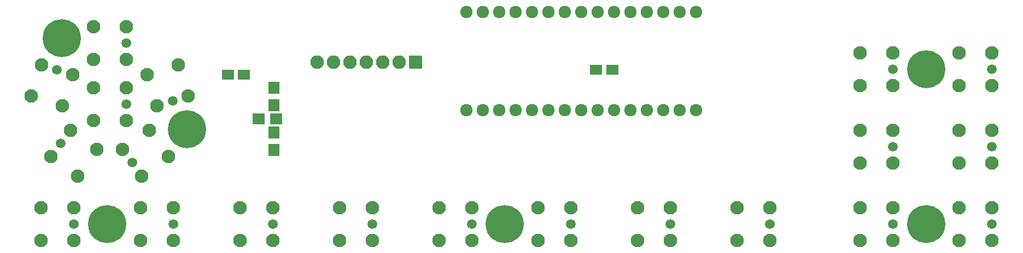
<source format=gbr>
G04 #@! TF.FileFunction,Soldermask,Top*
%FSLAX46Y46*%
G04 Gerber Fmt 4.6, Leading zero omitted, Abs format (unit mm)*
G04 Created by KiCad (PCBNEW 4.0.7+dfsg1-1) date Mon Nov  5 17:33:27 2018*
%MOMM*%
%LPD*%
G01*
G04 APERTURE LIST*
%ADD10C,0.100000*%
%ADD11R,1.900000X1.650000*%
%ADD12R,2.100000X2.100000*%
%ADD13O,2.100000X2.100000*%
%ADD14R,1.700000X1.900000*%
%ADD15R,1.900000X1.700000*%
%ADD16C,2.100000*%
%ADD17C,1.500000*%
%ADD18C,1.924000*%
%ADD19C,5.900000*%
G04 APERTURE END LIST*
D10*
D11*
X134981000Y-111887000D03*
X132481000Y-111887000D03*
D12*
X161600000Y-109900000D03*
D13*
X159060000Y-109900000D03*
X156520000Y-109900000D03*
X153980000Y-109900000D03*
X151440000Y-109900000D03*
X148900000Y-109900000D03*
X146360000Y-109900000D03*
D14*
X139640000Y-113850000D03*
X139640000Y-116550000D03*
D15*
X137290000Y-118700000D03*
X139990000Y-118700000D03*
D14*
X139640000Y-123550000D03*
X139640000Y-120850000D03*
D16*
X108640000Y-137550000D03*
X108640000Y-132470000D03*
X103560000Y-137550000D03*
X103560000Y-132470000D03*
D17*
X108640000Y-135010000D03*
D16*
X108437587Y-111857220D03*
X103606220Y-110287413D03*
X106867780Y-116688587D03*
X102036413Y-115118780D03*
D17*
X106021903Y-111072316D03*
D16*
X108098071Y-120477122D03*
X105112122Y-124586929D03*
X112207878Y-123463071D03*
X109221929Y-127572878D03*
D17*
X106605097Y-122532025D03*
D16*
X124040000Y-137550000D03*
X124040000Y-132470000D03*
X118960000Y-137550000D03*
X118960000Y-132470000D03*
D17*
X124040000Y-135010000D03*
D16*
X116740000Y-109515000D03*
X116740000Y-104435000D03*
X111660000Y-109515000D03*
X111660000Y-104435000D03*
D17*
X116740000Y-106975000D03*
D16*
X116740000Y-118940000D03*
X116740000Y-113860000D03*
X111660000Y-118940000D03*
X111660000Y-113860000D03*
D17*
X116740000Y-116400000D03*
D16*
X116192122Y-123463071D03*
X119178071Y-127572878D03*
X120301929Y-120477122D03*
X123287878Y-124586929D03*
D17*
X117685097Y-125517975D03*
D16*
X139440000Y-137550000D03*
X139440000Y-132470000D03*
X134360000Y-137550000D03*
X134360000Y-132470000D03*
D17*
X139440000Y-135010000D03*
D16*
X121532220Y-116688587D03*
X126363587Y-115118780D03*
X119962413Y-111857220D03*
X124793780Y-110287413D03*
D17*
X123947903Y-115903684D03*
D16*
X154840000Y-137550000D03*
X154840000Y-132470000D03*
X149760000Y-137550000D03*
X149760000Y-132470000D03*
D17*
X154840000Y-135010000D03*
D16*
X170240000Y-137550000D03*
X170240000Y-132470000D03*
X165160000Y-137550000D03*
X165160000Y-132470000D03*
D17*
X170240000Y-135010000D03*
D16*
X185640000Y-137550000D03*
X185640000Y-132470000D03*
X180560000Y-137550000D03*
X180560000Y-132470000D03*
D17*
X185640000Y-135010000D03*
D16*
X201040000Y-137550000D03*
X201040000Y-132470000D03*
X195960000Y-137550000D03*
X195960000Y-132470000D03*
D17*
X201040000Y-135010000D03*
D16*
X216440000Y-137550000D03*
X216440000Y-132470000D03*
X211360000Y-137550000D03*
X211360000Y-132470000D03*
D17*
X216440000Y-135010000D03*
D16*
X235440000Y-113550000D03*
X235440000Y-108470000D03*
X230360000Y-113550000D03*
X230360000Y-108470000D03*
D17*
X235440000Y-111010000D03*
D16*
X235440000Y-125550000D03*
X235440000Y-120470000D03*
X230360000Y-125550000D03*
X230360000Y-120470000D03*
D17*
X235440000Y-123010000D03*
D16*
X235440000Y-137550000D03*
X235440000Y-132470000D03*
X230360000Y-137550000D03*
X230360000Y-132470000D03*
D17*
X235440000Y-135010000D03*
D16*
X250840000Y-113550000D03*
X250840000Y-108470000D03*
X245760000Y-113550000D03*
X245760000Y-108470000D03*
D17*
X250840000Y-111010000D03*
D16*
X250840000Y-125550000D03*
X250840000Y-120470000D03*
X245760000Y-125550000D03*
X245760000Y-120470000D03*
D17*
X250840000Y-123010000D03*
D16*
X250840000Y-137550000D03*
X250840000Y-132470000D03*
X245760000Y-137550000D03*
X245760000Y-132470000D03*
D17*
X250840000Y-135010000D03*
D18*
X169418000Y-102108000D03*
X204978000Y-102108000D03*
X202438000Y-102108000D03*
X199898000Y-102108000D03*
X197358000Y-102108000D03*
X194818000Y-102108000D03*
X192278000Y-102108000D03*
X189738000Y-102108000D03*
X171958000Y-102108000D03*
X174498000Y-102108000D03*
X177038000Y-102108000D03*
X179578000Y-102108000D03*
X182118000Y-102108000D03*
X184658000Y-102108000D03*
X187198000Y-102108000D03*
X187198000Y-102108000D03*
X184658000Y-102108000D03*
X182118000Y-102108000D03*
X179578000Y-102108000D03*
X177038000Y-102108000D03*
X174498000Y-102108000D03*
X171958000Y-102108000D03*
X189738000Y-102108000D03*
X192278000Y-102108000D03*
X194818000Y-102108000D03*
X197358000Y-102108000D03*
X199898000Y-102108000D03*
X202438000Y-102108000D03*
X204978000Y-102108000D03*
X169418000Y-102108000D03*
X204978000Y-117348000D03*
X202438000Y-117348000D03*
X199898000Y-117348000D03*
X197358000Y-117348000D03*
X194818000Y-117348000D03*
X192278000Y-117348000D03*
X189738000Y-117348000D03*
X187198000Y-117348000D03*
X184658000Y-117348000D03*
X182118000Y-117348000D03*
X179578000Y-117348000D03*
X177038000Y-117348000D03*
X174498000Y-117348000D03*
X171958000Y-117348000D03*
X169418000Y-117348000D03*
D19*
X240600000Y-110998000D03*
X240600000Y-135010000D03*
X175400000Y-135010000D03*
X113800000Y-135010000D03*
X126200000Y-120300000D03*
D11*
X192004000Y-111125000D03*
X189504000Y-111125000D03*
D19*
X106800000Y-106200000D03*
M02*

</source>
